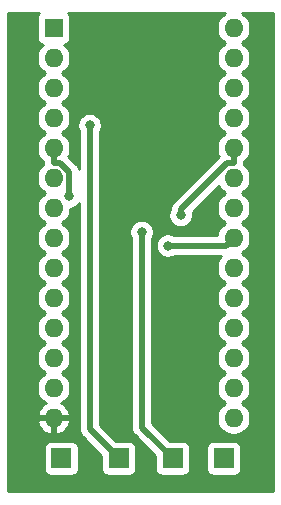
<source format=gbr>
%TF.GenerationSoftware,KiCad,Pcbnew,(5.1.9)-1*%
%TF.CreationDate,2021-09-03T13:00:36+02:00*%
%TF.ProjectId,ZX81 Intern 32K,5a583831-2049-46e7-9465-726e2033324b,rev?*%
%TF.SameCoordinates,Original*%
%TF.FileFunction,Copper,L2,Bot*%
%TF.FilePolarity,Positive*%
%FSLAX46Y46*%
G04 Gerber Fmt 4.6, Leading zero omitted, Abs format (unit mm)*
G04 Created by KiCad (PCBNEW (5.1.9)-1) date 2021-09-03 13:00:36*
%MOMM*%
%LPD*%
G01*
G04 APERTURE LIST*
%TA.AperFunction,ComponentPad*%
%ADD10R,1.700000X1.700000*%
%TD*%
%TA.AperFunction,ComponentPad*%
%ADD11R,1.600000X1.600000*%
%TD*%
%TA.AperFunction,ComponentPad*%
%ADD12O,1.600000X1.600000*%
%TD*%
%TA.AperFunction,ViaPad*%
%ADD13C,0.800000*%
%TD*%
%TA.AperFunction,Conductor*%
%ADD14C,0.500000*%
%TD*%
%TA.AperFunction,Conductor*%
%ADD15C,0.254000*%
%TD*%
%TA.AperFunction,Conductor*%
%ADD16C,0.100000*%
%TD*%
G04 APERTURE END LIST*
D10*
%TO.P,J3,1*%
%TO.N,Net-(J3-Pad1)*%
X116320000Y-108052000D03*
%TD*%
D11*
%TO.P,REF\u002A\u002A,1*%
%TO.N,N/C*%
X110795000Y-71602600D03*
D12*
%TO.P,REF\u002A\u002A,15*%
%TO.N,Net-(U1-Pad15)*%
X126035000Y-104622600D03*
%TO.P,REF\u002A\u002A,2*%
%TO.N,N/C*%
X110795000Y-74142600D03*
%TO.P,REF\u002A\u002A,16*%
%TO.N,Net-(U1-Pad16)*%
X126035000Y-102082600D03*
%TO.P,REF\u002A\u002A,3*%
%TO.N,Net-(U1-Pad3)*%
X110795000Y-76682600D03*
%TO.P,REF\u002A\u002A,17*%
%TO.N,Net-(U1-Pad17)*%
X126035000Y-99542600D03*
%TO.P,REF\u002A\u002A,4*%
%TO.N,Net-(U1-Pad4)*%
X110795000Y-79222600D03*
%TO.P,REF\u002A\u002A,18*%
%TO.N,Net-(U1-Pad18)*%
X126035000Y-97002600D03*
%TO.P,REF\u002A\u002A,5*%
%TO.N,Net-(U1-Pad5)*%
X110795000Y-81762600D03*
%TO.P,REF\u002A\u002A,19*%
%TO.N,Net-(U1-Pad19)*%
X126035000Y-94462600D03*
%TO.P,REF\u002A\u002A,6*%
%TO.N,Net-(U1-Pad6)*%
X110795000Y-84302600D03*
%TO.P,REF\u002A\u002A,20*%
%TO.N,Net-(U1-Pad20)*%
X126035000Y-91922600D03*
%TO.P,REF\u002A\u002A,7*%
%TO.N,Net-(U1-Pad7)*%
X110795000Y-86842600D03*
%TO.P,REF\u002A\u002A,21*%
%TO.N,Net-(U1-Pad21)*%
X126035000Y-89382600D03*
%TO.P,REF\u002A\u002A,8*%
%TO.N,Net-(U1-Pad8)*%
X110795000Y-89382600D03*
%TO.P,REF\u002A\u002A,22*%
%TO.N,Net-(U1-Pad22)*%
X126035000Y-86842600D03*
%TO.P,REF\u002A\u002A,9*%
%TO.N,Net-(U1-Pad9)*%
X110795000Y-91922600D03*
%TO.P,REF\u002A\u002A,23*%
%TO.N,N/C*%
X126035000Y-84302600D03*
%TO.P,REF\u002A\u002A,10*%
%TO.N,Net-(U1-Pad10)*%
X110795000Y-94462600D03*
%TO.P,REF\u002A\u002A,24*%
%TO.N,Net-(U1-Pad24)*%
X126035000Y-81762600D03*
%TO.P,REF\u002A\u002A,11*%
%TO.N,Net-(U1-Pad11)*%
X110795000Y-97002600D03*
%TO.P,REF\u002A\u002A,25*%
%TO.N,Net-(U1-Pad25)*%
X126035000Y-79222600D03*
%TO.P,REF\u002A\u002A,12*%
%TO.N,Net-(U1-Pad12)*%
X110795000Y-99542600D03*
%TO.P,REF\u002A\u002A,26*%
%TO.N,N/C*%
X126035000Y-76682600D03*
%TO.P,REF\u002A\u002A,13*%
%TO.N,Net-(U1-Pad13)*%
X110795000Y-102082600D03*
%TO.P,REF\u002A\u002A,27*%
%TO.N,Net-(R1-Pad2)*%
X126035000Y-74142600D03*
%TO.P,REF\u002A\u002A,14*%
%TO.N,GND*%
X110795000Y-104622600D03*
%TO.P,REF\u002A\u002A,28*%
%TO.N,+5V*%
X126035000Y-71602600D03*
%TD*%
D10*
%TO.P,J1,1*%
%TO.N,Net-(J1-Pad1)*%
X125200000Y-108052000D03*
%TD*%
%TO.P,J2,1*%
%TO.N,Net-(J2-Pad1)*%
X120870000Y-108052000D03*
%TD*%
%TO.P,J4,1*%
%TO.N,Net-(J4-Pad1)*%
X111450000Y-108052000D03*
%TD*%
D13*
%TO.N,GND*%
X119862500Y-102396000D03*
X112345700Y-100390900D03*
%TO.N,Net-(J2-Pad1)*%
X118260000Y-88880000D03*
%TO.N,Net-(J3-Pad1)*%
X113860000Y-79830000D03*
%TO.N,Net-(U1-Pad24)*%
X121563900Y-87466100D03*
%TO.N,Net-(U1-Pad5)*%
X112118400Y-85875800D03*
%TO.N,Net-(U1-Pad21)*%
X120480000Y-90040000D03*
%TD*%
D14*
%TO.N,Net-(J2-Pad1)*%
X118260000Y-105442000D02*
X120870000Y-108052000D01*
X118260000Y-88880000D02*
X118260000Y-105442000D01*
%TO.N,Net-(J3-Pad1)*%
X113860000Y-105592000D02*
X116320000Y-108052000D01*
X113860000Y-79830000D02*
X113860000Y-105592000D01*
%TO.N,Net-(U1-Pad24)*%
X126035000Y-81762600D02*
X126035000Y-83012900D01*
X121563900Y-87466100D02*
X121563900Y-86937900D01*
X121563900Y-86937900D02*
X125488900Y-83012900D01*
X125488900Y-83012900D02*
X126035000Y-83012900D01*
%TO.N,Net-(U1-Pad5)*%
X110795000Y-81762600D02*
X110795000Y-83012900D01*
X112118400Y-85875800D02*
X112118400Y-83792400D01*
X112118400Y-83792400D02*
X111338900Y-83012900D01*
X111338900Y-83012900D02*
X110795000Y-83012900D01*
%TO.N,Net-(U1-Pad21)*%
X125377600Y-90040000D02*
X126035000Y-89382600D01*
X120480000Y-90040000D02*
X125377600Y-90040000D01*
%TD*%
D15*
%TO.N,GND*%
X109543815Y-70351415D02*
X109464463Y-70448106D01*
X109405498Y-70558420D01*
X109369188Y-70678118D01*
X109356928Y-70802600D01*
X109356928Y-72402600D01*
X109369188Y-72527082D01*
X109405498Y-72646780D01*
X109464463Y-72757094D01*
X109543815Y-72853785D01*
X109640506Y-72933137D01*
X109750820Y-72992102D01*
X109870518Y-73028412D01*
X109878961Y-73029243D01*
X109680363Y-73227841D01*
X109523320Y-73462873D01*
X109415147Y-73724026D01*
X109360000Y-74001265D01*
X109360000Y-74283935D01*
X109415147Y-74561174D01*
X109523320Y-74822327D01*
X109680363Y-75057359D01*
X109880241Y-75257237D01*
X110112759Y-75412600D01*
X109880241Y-75567963D01*
X109680363Y-75767841D01*
X109523320Y-76002873D01*
X109415147Y-76264026D01*
X109360000Y-76541265D01*
X109360000Y-76823935D01*
X109415147Y-77101174D01*
X109523320Y-77362327D01*
X109680363Y-77597359D01*
X109880241Y-77797237D01*
X110112759Y-77952600D01*
X109880241Y-78107963D01*
X109680363Y-78307841D01*
X109523320Y-78542873D01*
X109415147Y-78804026D01*
X109360000Y-79081265D01*
X109360000Y-79363935D01*
X109415147Y-79641174D01*
X109523320Y-79902327D01*
X109680363Y-80137359D01*
X109880241Y-80337237D01*
X110112759Y-80492600D01*
X109880241Y-80647963D01*
X109680363Y-80847841D01*
X109523320Y-81082873D01*
X109415147Y-81344026D01*
X109360000Y-81621265D01*
X109360000Y-81903935D01*
X109415147Y-82181174D01*
X109523320Y-82442327D01*
X109680363Y-82677359D01*
X109880241Y-82877237D01*
X109910001Y-82897122D01*
X109910001Y-82969414D01*
X109905718Y-83012900D01*
X109920322Y-83161182D01*
X109880241Y-83187963D01*
X109680363Y-83387841D01*
X109523320Y-83622873D01*
X109415147Y-83884026D01*
X109360000Y-84161265D01*
X109360000Y-84443935D01*
X109415147Y-84721174D01*
X109523320Y-84982327D01*
X109680363Y-85217359D01*
X109880241Y-85417237D01*
X110112759Y-85572600D01*
X109880241Y-85727963D01*
X109680363Y-85927841D01*
X109523320Y-86162873D01*
X109415147Y-86424026D01*
X109360000Y-86701265D01*
X109360000Y-86983935D01*
X109415147Y-87261174D01*
X109523320Y-87522327D01*
X109680363Y-87757359D01*
X109880241Y-87957237D01*
X110112759Y-88112600D01*
X109880241Y-88267963D01*
X109680363Y-88467841D01*
X109523320Y-88702873D01*
X109415147Y-88964026D01*
X109360000Y-89241265D01*
X109360000Y-89523935D01*
X109415147Y-89801174D01*
X109523320Y-90062327D01*
X109680363Y-90297359D01*
X109880241Y-90497237D01*
X110112759Y-90652600D01*
X109880241Y-90807963D01*
X109680363Y-91007841D01*
X109523320Y-91242873D01*
X109415147Y-91504026D01*
X109360000Y-91781265D01*
X109360000Y-92063935D01*
X109415147Y-92341174D01*
X109523320Y-92602327D01*
X109680363Y-92837359D01*
X109880241Y-93037237D01*
X110112759Y-93192600D01*
X109880241Y-93347963D01*
X109680363Y-93547841D01*
X109523320Y-93782873D01*
X109415147Y-94044026D01*
X109360000Y-94321265D01*
X109360000Y-94603935D01*
X109415147Y-94881174D01*
X109523320Y-95142327D01*
X109680363Y-95377359D01*
X109880241Y-95577237D01*
X110112759Y-95732600D01*
X109880241Y-95887963D01*
X109680363Y-96087841D01*
X109523320Y-96322873D01*
X109415147Y-96584026D01*
X109360000Y-96861265D01*
X109360000Y-97143935D01*
X109415147Y-97421174D01*
X109523320Y-97682327D01*
X109680363Y-97917359D01*
X109880241Y-98117237D01*
X110112759Y-98272600D01*
X109880241Y-98427963D01*
X109680363Y-98627841D01*
X109523320Y-98862873D01*
X109415147Y-99124026D01*
X109360000Y-99401265D01*
X109360000Y-99683935D01*
X109415147Y-99961174D01*
X109523320Y-100222327D01*
X109680363Y-100457359D01*
X109880241Y-100657237D01*
X110112759Y-100812600D01*
X109880241Y-100967963D01*
X109680363Y-101167841D01*
X109523320Y-101402873D01*
X109415147Y-101664026D01*
X109360000Y-101941265D01*
X109360000Y-102223935D01*
X109415147Y-102501174D01*
X109523320Y-102762327D01*
X109680363Y-102997359D01*
X109880241Y-103197237D01*
X110115273Y-103354280D01*
X110125865Y-103358667D01*
X109939869Y-103470215D01*
X109731481Y-103659186D01*
X109563963Y-103885180D01*
X109443754Y-104139513D01*
X109403096Y-104273561D01*
X109525085Y-104495600D01*
X110668000Y-104495600D01*
X110668000Y-104475600D01*
X110922000Y-104475600D01*
X110922000Y-104495600D01*
X112064915Y-104495600D01*
X112186904Y-104273561D01*
X112146246Y-104139513D01*
X112026037Y-103885180D01*
X111858519Y-103659186D01*
X111650131Y-103470215D01*
X111464135Y-103358667D01*
X111474727Y-103354280D01*
X111709759Y-103197237D01*
X111909637Y-102997359D01*
X112066680Y-102762327D01*
X112174853Y-102501174D01*
X112230000Y-102223935D01*
X112230000Y-101941265D01*
X112174853Y-101664026D01*
X112066680Y-101402873D01*
X111909637Y-101167841D01*
X111709759Y-100967963D01*
X111477241Y-100812600D01*
X111709759Y-100657237D01*
X111909637Y-100457359D01*
X112066680Y-100222327D01*
X112174853Y-99961174D01*
X112230000Y-99683935D01*
X112230000Y-99401265D01*
X112174853Y-99124026D01*
X112066680Y-98862873D01*
X111909637Y-98627841D01*
X111709759Y-98427963D01*
X111477241Y-98272600D01*
X111709759Y-98117237D01*
X111909637Y-97917359D01*
X112066680Y-97682327D01*
X112174853Y-97421174D01*
X112230000Y-97143935D01*
X112230000Y-96861265D01*
X112174853Y-96584026D01*
X112066680Y-96322873D01*
X111909637Y-96087841D01*
X111709759Y-95887963D01*
X111477241Y-95732600D01*
X111709759Y-95577237D01*
X111909637Y-95377359D01*
X112066680Y-95142327D01*
X112174853Y-94881174D01*
X112230000Y-94603935D01*
X112230000Y-94321265D01*
X112174853Y-94044026D01*
X112066680Y-93782873D01*
X111909637Y-93547841D01*
X111709759Y-93347963D01*
X111477241Y-93192600D01*
X111709759Y-93037237D01*
X111909637Y-92837359D01*
X112066680Y-92602327D01*
X112174853Y-92341174D01*
X112230000Y-92063935D01*
X112230000Y-91781265D01*
X112174853Y-91504026D01*
X112066680Y-91242873D01*
X111909637Y-91007841D01*
X111709759Y-90807963D01*
X111477241Y-90652600D01*
X111709759Y-90497237D01*
X111909637Y-90297359D01*
X112066680Y-90062327D01*
X112174853Y-89801174D01*
X112230000Y-89523935D01*
X112230000Y-89241265D01*
X112174853Y-88964026D01*
X112066680Y-88702873D01*
X111909637Y-88467841D01*
X111709759Y-88267963D01*
X111477241Y-88112600D01*
X111709759Y-87957237D01*
X111909637Y-87757359D01*
X112066680Y-87522327D01*
X112174853Y-87261174D01*
X112230000Y-86983935D01*
X112230000Y-86908878D01*
X112420298Y-86871026D01*
X112608656Y-86793005D01*
X112778174Y-86679737D01*
X112922337Y-86535574D01*
X112975000Y-86456758D01*
X112975001Y-105548521D01*
X112970719Y-105592000D01*
X112987805Y-105765490D01*
X113038412Y-105932313D01*
X113120590Y-106086059D01*
X113203468Y-106187046D01*
X113203471Y-106187049D01*
X113231184Y-106220817D01*
X113264951Y-106248529D01*
X114831928Y-107815507D01*
X114831928Y-108902000D01*
X114844188Y-109026482D01*
X114880498Y-109146180D01*
X114939463Y-109256494D01*
X115018815Y-109353185D01*
X115115506Y-109432537D01*
X115225820Y-109491502D01*
X115345518Y-109527812D01*
X115470000Y-109540072D01*
X117170000Y-109540072D01*
X117294482Y-109527812D01*
X117414180Y-109491502D01*
X117524494Y-109432537D01*
X117621185Y-109353185D01*
X117700537Y-109256494D01*
X117759502Y-109146180D01*
X117795812Y-109026482D01*
X117808072Y-108902000D01*
X117808072Y-107202000D01*
X117795812Y-107077518D01*
X117759502Y-106957820D01*
X117700537Y-106847506D01*
X117621185Y-106750815D01*
X117524494Y-106671463D01*
X117414180Y-106612498D01*
X117294482Y-106576188D01*
X117170000Y-106563928D01*
X116083507Y-106563928D01*
X114745000Y-105225422D01*
X114745000Y-88778061D01*
X117225000Y-88778061D01*
X117225000Y-88981939D01*
X117264774Y-89181898D01*
X117342795Y-89370256D01*
X117375000Y-89418454D01*
X117375001Y-105398521D01*
X117370719Y-105442000D01*
X117387805Y-105615490D01*
X117438412Y-105782313D01*
X117520590Y-105936059D01*
X117603468Y-106037046D01*
X117603471Y-106037049D01*
X117631184Y-106070817D01*
X117664951Y-106098529D01*
X119381928Y-107815507D01*
X119381928Y-108902000D01*
X119394188Y-109026482D01*
X119430498Y-109146180D01*
X119489463Y-109256494D01*
X119568815Y-109353185D01*
X119665506Y-109432537D01*
X119775820Y-109491502D01*
X119895518Y-109527812D01*
X120020000Y-109540072D01*
X121720000Y-109540072D01*
X121844482Y-109527812D01*
X121964180Y-109491502D01*
X122074494Y-109432537D01*
X122171185Y-109353185D01*
X122250537Y-109256494D01*
X122309502Y-109146180D01*
X122345812Y-109026482D01*
X122358072Y-108902000D01*
X122358072Y-107202000D01*
X123711928Y-107202000D01*
X123711928Y-108902000D01*
X123724188Y-109026482D01*
X123760498Y-109146180D01*
X123819463Y-109256494D01*
X123898815Y-109353185D01*
X123995506Y-109432537D01*
X124105820Y-109491502D01*
X124225518Y-109527812D01*
X124350000Y-109540072D01*
X126050000Y-109540072D01*
X126174482Y-109527812D01*
X126294180Y-109491502D01*
X126404494Y-109432537D01*
X126501185Y-109353185D01*
X126580537Y-109256494D01*
X126639502Y-109146180D01*
X126675812Y-109026482D01*
X126688072Y-108902000D01*
X126688072Y-107202000D01*
X126675812Y-107077518D01*
X126639502Y-106957820D01*
X126580537Y-106847506D01*
X126501185Y-106750815D01*
X126404494Y-106671463D01*
X126294180Y-106612498D01*
X126174482Y-106576188D01*
X126050000Y-106563928D01*
X124350000Y-106563928D01*
X124225518Y-106576188D01*
X124105820Y-106612498D01*
X123995506Y-106671463D01*
X123898815Y-106750815D01*
X123819463Y-106847506D01*
X123760498Y-106957820D01*
X123724188Y-107077518D01*
X123711928Y-107202000D01*
X122358072Y-107202000D01*
X122345812Y-107077518D01*
X122309502Y-106957820D01*
X122250537Y-106847506D01*
X122171185Y-106750815D01*
X122074494Y-106671463D01*
X121964180Y-106612498D01*
X121844482Y-106576188D01*
X121720000Y-106563928D01*
X120633507Y-106563928D01*
X119145000Y-105075422D01*
X119145000Y-89418454D01*
X119177205Y-89370256D01*
X119255226Y-89181898D01*
X119295000Y-88981939D01*
X119295000Y-88778061D01*
X119255226Y-88578102D01*
X119177205Y-88389744D01*
X119063937Y-88220226D01*
X118919774Y-88076063D01*
X118750256Y-87962795D01*
X118561898Y-87884774D01*
X118361939Y-87845000D01*
X118158061Y-87845000D01*
X117958102Y-87884774D01*
X117769744Y-87962795D01*
X117600226Y-88076063D01*
X117456063Y-88220226D01*
X117342795Y-88389744D01*
X117264774Y-88578102D01*
X117225000Y-88778061D01*
X114745000Y-88778061D01*
X114745000Y-80368454D01*
X114777205Y-80320256D01*
X114855226Y-80131898D01*
X114895000Y-79931939D01*
X114895000Y-79728061D01*
X114855226Y-79528102D01*
X114777205Y-79339744D01*
X114663937Y-79170226D01*
X114519774Y-79026063D01*
X114350256Y-78912795D01*
X114161898Y-78834774D01*
X113961939Y-78795000D01*
X113758061Y-78795000D01*
X113558102Y-78834774D01*
X113369744Y-78912795D01*
X113200226Y-79026063D01*
X113056063Y-79170226D01*
X112942795Y-79339744D01*
X112864774Y-79528102D01*
X112825000Y-79728061D01*
X112825000Y-79931939D01*
X112864774Y-80131898D01*
X112942795Y-80320256D01*
X112975000Y-80368454D01*
X112975000Y-83567501D01*
X112939989Y-83452087D01*
X112857811Y-83298341D01*
X112833610Y-83268852D01*
X112774932Y-83197353D01*
X112774930Y-83197351D01*
X112747217Y-83163583D01*
X112713449Y-83135870D01*
X112047945Y-82470367D01*
X112066680Y-82442327D01*
X112174853Y-82181174D01*
X112230000Y-81903935D01*
X112230000Y-81621265D01*
X112174853Y-81344026D01*
X112066680Y-81082873D01*
X111909637Y-80847841D01*
X111709759Y-80647963D01*
X111477241Y-80492600D01*
X111709759Y-80337237D01*
X111909637Y-80137359D01*
X112066680Y-79902327D01*
X112174853Y-79641174D01*
X112230000Y-79363935D01*
X112230000Y-79081265D01*
X112174853Y-78804026D01*
X112066680Y-78542873D01*
X111909637Y-78307841D01*
X111709759Y-78107963D01*
X111477241Y-77952600D01*
X111709759Y-77797237D01*
X111909637Y-77597359D01*
X112066680Y-77362327D01*
X112174853Y-77101174D01*
X112230000Y-76823935D01*
X112230000Y-76541265D01*
X112174853Y-76264026D01*
X112066680Y-76002873D01*
X111909637Y-75767841D01*
X111709759Y-75567963D01*
X111477241Y-75412600D01*
X111709759Y-75257237D01*
X111909637Y-75057359D01*
X112066680Y-74822327D01*
X112174853Y-74561174D01*
X112230000Y-74283935D01*
X112230000Y-74001265D01*
X112174853Y-73724026D01*
X112066680Y-73462873D01*
X111909637Y-73227841D01*
X111711039Y-73029243D01*
X111719482Y-73028412D01*
X111839180Y-72992102D01*
X111949494Y-72933137D01*
X112046185Y-72853785D01*
X112125537Y-72757094D01*
X112184502Y-72646780D01*
X112220812Y-72527082D01*
X112233072Y-72402600D01*
X112233072Y-70802600D01*
X112220812Y-70678118D01*
X112184502Y-70558420D01*
X112125537Y-70448106D01*
X112046185Y-70351415D01*
X112022771Y-70332200D01*
X125353357Y-70332200D01*
X125120241Y-70487963D01*
X124920363Y-70687841D01*
X124763320Y-70922873D01*
X124655147Y-71184026D01*
X124600000Y-71461265D01*
X124600000Y-71743935D01*
X124655147Y-72021174D01*
X124763320Y-72282327D01*
X124920363Y-72517359D01*
X125120241Y-72717237D01*
X125352759Y-72872600D01*
X125120241Y-73027963D01*
X124920363Y-73227841D01*
X124763320Y-73462873D01*
X124655147Y-73724026D01*
X124600000Y-74001265D01*
X124600000Y-74283935D01*
X124655147Y-74561174D01*
X124763320Y-74822327D01*
X124920363Y-75057359D01*
X125120241Y-75257237D01*
X125352759Y-75412600D01*
X125120241Y-75567963D01*
X124920363Y-75767841D01*
X124763320Y-76002873D01*
X124655147Y-76264026D01*
X124600000Y-76541265D01*
X124600000Y-76823935D01*
X124655147Y-77101174D01*
X124763320Y-77362327D01*
X124920363Y-77597359D01*
X125120241Y-77797237D01*
X125352759Y-77952600D01*
X125120241Y-78107963D01*
X124920363Y-78307841D01*
X124763320Y-78542873D01*
X124655147Y-78804026D01*
X124600000Y-79081265D01*
X124600000Y-79363935D01*
X124655147Y-79641174D01*
X124763320Y-79902327D01*
X124920363Y-80137359D01*
X125120241Y-80337237D01*
X125352759Y-80492600D01*
X125120241Y-80647963D01*
X124920363Y-80847841D01*
X124763320Y-81082873D01*
X124655147Y-81344026D01*
X124600000Y-81621265D01*
X124600000Y-81903935D01*
X124655147Y-82181174D01*
X124763320Y-82442327D01*
X124781174Y-82469047D01*
X120968851Y-86281370D01*
X120935084Y-86309083D01*
X120907371Y-86342851D01*
X120907368Y-86342854D01*
X120885206Y-86369859D01*
X120824490Y-86443841D01*
X120742311Y-86597587D01*
X120691705Y-86764410D01*
X120678900Y-86894423D01*
X120678900Y-86894431D01*
X120675063Y-86933388D01*
X120646695Y-86975844D01*
X120568674Y-87164202D01*
X120528900Y-87364161D01*
X120528900Y-87568039D01*
X120568674Y-87767998D01*
X120646695Y-87956356D01*
X120759963Y-88125874D01*
X120904126Y-88270037D01*
X121073644Y-88383305D01*
X121262002Y-88461326D01*
X121461961Y-88501100D01*
X121665839Y-88501100D01*
X121865798Y-88461326D01*
X122054156Y-88383305D01*
X122223674Y-88270037D01*
X122367837Y-88125874D01*
X122481105Y-87956356D01*
X122559126Y-87767998D01*
X122598900Y-87568039D01*
X122598900Y-87364161D01*
X122564112Y-87189267D01*
X124766417Y-84986962D01*
X124920363Y-85217359D01*
X125120241Y-85417237D01*
X125352759Y-85572600D01*
X125120241Y-85727963D01*
X124920363Y-85927841D01*
X124763320Y-86162873D01*
X124655147Y-86424026D01*
X124600000Y-86701265D01*
X124600000Y-86983935D01*
X124655147Y-87261174D01*
X124763320Y-87522327D01*
X124920363Y-87757359D01*
X125120241Y-87957237D01*
X125352759Y-88112600D01*
X125120241Y-88267963D01*
X124920363Y-88467841D01*
X124763320Y-88702873D01*
X124655147Y-88964026D01*
X124617159Y-89155000D01*
X121018454Y-89155000D01*
X120970256Y-89122795D01*
X120781898Y-89044774D01*
X120581939Y-89005000D01*
X120378061Y-89005000D01*
X120178102Y-89044774D01*
X119989744Y-89122795D01*
X119820226Y-89236063D01*
X119676063Y-89380226D01*
X119562795Y-89549744D01*
X119484774Y-89738102D01*
X119445000Y-89938061D01*
X119445000Y-90141939D01*
X119484774Y-90341898D01*
X119562795Y-90530256D01*
X119676063Y-90699774D01*
X119820226Y-90843937D01*
X119989744Y-90957205D01*
X120178102Y-91035226D01*
X120378061Y-91075000D01*
X120581939Y-91075000D01*
X120781898Y-91035226D01*
X120970256Y-90957205D01*
X121018454Y-90925000D01*
X125003204Y-90925000D01*
X124920363Y-91007841D01*
X124763320Y-91242873D01*
X124655147Y-91504026D01*
X124600000Y-91781265D01*
X124600000Y-92063935D01*
X124655147Y-92341174D01*
X124763320Y-92602327D01*
X124920363Y-92837359D01*
X125120241Y-93037237D01*
X125352759Y-93192600D01*
X125120241Y-93347963D01*
X124920363Y-93547841D01*
X124763320Y-93782873D01*
X124655147Y-94044026D01*
X124600000Y-94321265D01*
X124600000Y-94603935D01*
X124655147Y-94881174D01*
X124763320Y-95142327D01*
X124920363Y-95377359D01*
X125120241Y-95577237D01*
X125352759Y-95732600D01*
X125120241Y-95887963D01*
X124920363Y-96087841D01*
X124763320Y-96322873D01*
X124655147Y-96584026D01*
X124600000Y-96861265D01*
X124600000Y-97143935D01*
X124655147Y-97421174D01*
X124763320Y-97682327D01*
X124920363Y-97917359D01*
X125120241Y-98117237D01*
X125352759Y-98272600D01*
X125120241Y-98427963D01*
X124920363Y-98627841D01*
X124763320Y-98862873D01*
X124655147Y-99124026D01*
X124600000Y-99401265D01*
X124600000Y-99683935D01*
X124655147Y-99961174D01*
X124763320Y-100222327D01*
X124920363Y-100457359D01*
X125120241Y-100657237D01*
X125352759Y-100812600D01*
X125120241Y-100967963D01*
X124920363Y-101167841D01*
X124763320Y-101402873D01*
X124655147Y-101664026D01*
X124600000Y-101941265D01*
X124600000Y-102223935D01*
X124655147Y-102501174D01*
X124763320Y-102762327D01*
X124920363Y-102997359D01*
X125120241Y-103197237D01*
X125352759Y-103352600D01*
X125120241Y-103507963D01*
X124920363Y-103707841D01*
X124763320Y-103942873D01*
X124655147Y-104204026D01*
X124600000Y-104481265D01*
X124600000Y-104763935D01*
X124655147Y-105041174D01*
X124763320Y-105302327D01*
X124920363Y-105537359D01*
X125120241Y-105737237D01*
X125355273Y-105894280D01*
X125616426Y-106002453D01*
X125893665Y-106057600D01*
X126176335Y-106057600D01*
X126453574Y-106002453D01*
X126714727Y-105894280D01*
X126949759Y-105737237D01*
X127149637Y-105537359D01*
X127306680Y-105302327D01*
X127414853Y-105041174D01*
X127470000Y-104763935D01*
X127470000Y-104481265D01*
X127414853Y-104204026D01*
X127306680Y-103942873D01*
X127149637Y-103707841D01*
X126949759Y-103507963D01*
X126717241Y-103352600D01*
X126949759Y-103197237D01*
X127149637Y-102997359D01*
X127306680Y-102762327D01*
X127414853Y-102501174D01*
X127470000Y-102223935D01*
X127470000Y-101941265D01*
X127414853Y-101664026D01*
X127306680Y-101402873D01*
X127149637Y-101167841D01*
X126949759Y-100967963D01*
X126717241Y-100812600D01*
X126949759Y-100657237D01*
X127149637Y-100457359D01*
X127306680Y-100222327D01*
X127414853Y-99961174D01*
X127470000Y-99683935D01*
X127470000Y-99401265D01*
X127414853Y-99124026D01*
X127306680Y-98862873D01*
X127149637Y-98627841D01*
X126949759Y-98427963D01*
X126717241Y-98272600D01*
X126949759Y-98117237D01*
X127149637Y-97917359D01*
X127306680Y-97682327D01*
X127414853Y-97421174D01*
X127470000Y-97143935D01*
X127470000Y-96861265D01*
X127414853Y-96584026D01*
X127306680Y-96322873D01*
X127149637Y-96087841D01*
X126949759Y-95887963D01*
X126717241Y-95732600D01*
X126949759Y-95577237D01*
X127149637Y-95377359D01*
X127306680Y-95142327D01*
X127414853Y-94881174D01*
X127470000Y-94603935D01*
X127470000Y-94321265D01*
X127414853Y-94044026D01*
X127306680Y-93782873D01*
X127149637Y-93547841D01*
X126949759Y-93347963D01*
X126717241Y-93192600D01*
X126949759Y-93037237D01*
X127149637Y-92837359D01*
X127306680Y-92602327D01*
X127414853Y-92341174D01*
X127470000Y-92063935D01*
X127470000Y-91781265D01*
X127414853Y-91504026D01*
X127306680Y-91242873D01*
X127149637Y-91007841D01*
X126949759Y-90807963D01*
X126717241Y-90652600D01*
X126949759Y-90497237D01*
X127149637Y-90297359D01*
X127306680Y-90062327D01*
X127414853Y-89801174D01*
X127470000Y-89523935D01*
X127470000Y-89241265D01*
X127414853Y-88964026D01*
X127306680Y-88702873D01*
X127149637Y-88467841D01*
X126949759Y-88267963D01*
X126717241Y-88112600D01*
X126949759Y-87957237D01*
X127149637Y-87757359D01*
X127306680Y-87522327D01*
X127414853Y-87261174D01*
X127470000Y-86983935D01*
X127470000Y-86701265D01*
X127414853Y-86424026D01*
X127306680Y-86162873D01*
X127149637Y-85927841D01*
X126949759Y-85727963D01*
X126717241Y-85572600D01*
X126949759Y-85417237D01*
X127149637Y-85217359D01*
X127306680Y-84982327D01*
X127414853Y-84721174D01*
X127470000Y-84443935D01*
X127470000Y-84161265D01*
X127414853Y-83884026D01*
X127306680Y-83622873D01*
X127149637Y-83387841D01*
X126949759Y-83187963D01*
X126909678Y-83161182D01*
X126920000Y-83056377D01*
X126924282Y-83012900D01*
X126920000Y-82969423D01*
X126920000Y-82897121D01*
X126949759Y-82877237D01*
X127149637Y-82677359D01*
X127306680Y-82442327D01*
X127414853Y-82181174D01*
X127470000Y-81903935D01*
X127470000Y-81621265D01*
X127414853Y-81344026D01*
X127306680Y-81082873D01*
X127149637Y-80847841D01*
X126949759Y-80647963D01*
X126717241Y-80492600D01*
X126949759Y-80337237D01*
X127149637Y-80137359D01*
X127306680Y-79902327D01*
X127414853Y-79641174D01*
X127470000Y-79363935D01*
X127470000Y-79081265D01*
X127414853Y-78804026D01*
X127306680Y-78542873D01*
X127149637Y-78307841D01*
X126949759Y-78107963D01*
X126717241Y-77952600D01*
X126949759Y-77797237D01*
X127149637Y-77597359D01*
X127306680Y-77362327D01*
X127414853Y-77101174D01*
X127470000Y-76823935D01*
X127470000Y-76541265D01*
X127414853Y-76264026D01*
X127306680Y-76002873D01*
X127149637Y-75767841D01*
X126949759Y-75567963D01*
X126717241Y-75412600D01*
X126949759Y-75257237D01*
X127149637Y-75057359D01*
X127306680Y-74822327D01*
X127414853Y-74561174D01*
X127470000Y-74283935D01*
X127470000Y-74001265D01*
X127414853Y-73724026D01*
X127306680Y-73462873D01*
X127149637Y-73227841D01*
X126949759Y-73027963D01*
X126717241Y-72872600D01*
X126949759Y-72717237D01*
X127149637Y-72517359D01*
X127306680Y-72282327D01*
X127414853Y-72021174D01*
X127470000Y-71743935D01*
X127470000Y-71461265D01*
X127414853Y-71184026D01*
X127306680Y-70922873D01*
X127149637Y-70687841D01*
X126949759Y-70487963D01*
X126716643Y-70332200D01*
X129337597Y-70332200D01*
X129360000Y-107629317D01*
X129351613Y-110849889D01*
X106959000Y-110846112D01*
X106959000Y-107202000D01*
X109961928Y-107202000D01*
X109961928Y-108902000D01*
X109974188Y-109026482D01*
X110010498Y-109146180D01*
X110069463Y-109256494D01*
X110148815Y-109353185D01*
X110245506Y-109432537D01*
X110355820Y-109491502D01*
X110475518Y-109527812D01*
X110600000Y-109540072D01*
X112300000Y-109540072D01*
X112424482Y-109527812D01*
X112544180Y-109491502D01*
X112654494Y-109432537D01*
X112751185Y-109353185D01*
X112830537Y-109256494D01*
X112889502Y-109146180D01*
X112925812Y-109026482D01*
X112938072Y-108902000D01*
X112938072Y-107202000D01*
X112925812Y-107077518D01*
X112889502Y-106957820D01*
X112830537Y-106847506D01*
X112751185Y-106750815D01*
X112654494Y-106671463D01*
X112544180Y-106612498D01*
X112424482Y-106576188D01*
X112300000Y-106563928D01*
X110600000Y-106563928D01*
X110475518Y-106576188D01*
X110355820Y-106612498D01*
X110245506Y-106671463D01*
X110148815Y-106750815D01*
X110069463Y-106847506D01*
X110010498Y-106957820D01*
X109974188Y-107077518D01*
X109961928Y-107202000D01*
X106959000Y-107202000D01*
X106959000Y-104971639D01*
X109403096Y-104971639D01*
X109443754Y-105105687D01*
X109563963Y-105360020D01*
X109731481Y-105586014D01*
X109939869Y-105774985D01*
X110181119Y-105919670D01*
X110445960Y-106014509D01*
X110668000Y-105893224D01*
X110668000Y-104749600D01*
X110922000Y-104749600D01*
X110922000Y-105893224D01*
X111144040Y-106014509D01*
X111408881Y-105919670D01*
X111650131Y-105774985D01*
X111858519Y-105586014D01*
X112026037Y-105360020D01*
X112146246Y-105105687D01*
X112186904Y-104971639D01*
X112064915Y-104749600D01*
X110922000Y-104749600D01*
X110668000Y-104749600D01*
X109525085Y-104749600D01*
X109403096Y-104971639D01*
X106959000Y-104971639D01*
X106959000Y-70332200D01*
X109567229Y-70332200D01*
X109543815Y-70351415D01*
%TA.AperFunction,Conductor*%
D16*
G36*
X109543815Y-70351415D02*
G01*
X109464463Y-70448106D01*
X109405498Y-70558420D01*
X109369188Y-70678118D01*
X109356928Y-70802600D01*
X109356928Y-72402600D01*
X109369188Y-72527082D01*
X109405498Y-72646780D01*
X109464463Y-72757094D01*
X109543815Y-72853785D01*
X109640506Y-72933137D01*
X109750820Y-72992102D01*
X109870518Y-73028412D01*
X109878961Y-73029243D01*
X109680363Y-73227841D01*
X109523320Y-73462873D01*
X109415147Y-73724026D01*
X109360000Y-74001265D01*
X109360000Y-74283935D01*
X109415147Y-74561174D01*
X109523320Y-74822327D01*
X109680363Y-75057359D01*
X109880241Y-75257237D01*
X110112759Y-75412600D01*
X109880241Y-75567963D01*
X109680363Y-75767841D01*
X109523320Y-76002873D01*
X109415147Y-76264026D01*
X109360000Y-76541265D01*
X109360000Y-76823935D01*
X109415147Y-77101174D01*
X109523320Y-77362327D01*
X109680363Y-77597359D01*
X109880241Y-77797237D01*
X110112759Y-77952600D01*
X109880241Y-78107963D01*
X109680363Y-78307841D01*
X109523320Y-78542873D01*
X109415147Y-78804026D01*
X109360000Y-79081265D01*
X109360000Y-79363935D01*
X109415147Y-79641174D01*
X109523320Y-79902327D01*
X109680363Y-80137359D01*
X109880241Y-80337237D01*
X110112759Y-80492600D01*
X109880241Y-80647963D01*
X109680363Y-80847841D01*
X109523320Y-81082873D01*
X109415147Y-81344026D01*
X109360000Y-81621265D01*
X109360000Y-81903935D01*
X109415147Y-82181174D01*
X109523320Y-82442327D01*
X109680363Y-82677359D01*
X109880241Y-82877237D01*
X109910001Y-82897122D01*
X109910001Y-82969414D01*
X109905718Y-83012900D01*
X109920322Y-83161182D01*
X109880241Y-83187963D01*
X109680363Y-83387841D01*
X109523320Y-83622873D01*
X109415147Y-83884026D01*
X109360000Y-84161265D01*
X109360000Y-84443935D01*
X109415147Y-84721174D01*
X109523320Y-84982327D01*
X109680363Y-85217359D01*
X109880241Y-85417237D01*
X110112759Y-85572600D01*
X109880241Y-85727963D01*
X109680363Y-85927841D01*
X109523320Y-86162873D01*
X109415147Y-86424026D01*
X109360000Y-86701265D01*
X109360000Y-86983935D01*
X109415147Y-87261174D01*
X109523320Y-87522327D01*
X109680363Y-87757359D01*
X109880241Y-87957237D01*
X110112759Y-88112600D01*
X109880241Y-88267963D01*
X109680363Y-88467841D01*
X109523320Y-88702873D01*
X109415147Y-88964026D01*
X109360000Y-89241265D01*
X109360000Y-89523935D01*
X109415147Y-89801174D01*
X109523320Y-90062327D01*
X109680363Y-90297359D01*
X109880241Y-90497237D01*
X110112759Y-90652600D01*
X109880241Y-90807963D01*
X109680363Y-91007841D01*
X109523320Y-91242873D01*
X109415147Y-91504026D01*
X109360000Y-91781265D01*
X109360000Y-92063935D01*
X109415147Y-92341174D01*
X109523320Y-92602327D01*
X109680363Y-92837359D01*
X109880241Y-93037237D01*
X110112759Y-93192600D01*
X109880241Y-93347963D01*
X109680363Y-93547841D01*
X109523320Y-93782873D01*
X109415147Y-94044026D01*
X109360000Y-94321265D01*
X109360000Y-94603935D01*
X109415147Y-94881174D01*
X109523320Y-95142327D01*
X109680363Y-95377359D01*
X109880241Y-95577237D01*
X110112759Y-95732600D01*
X109880241Y-95887963D01*
X109680363Y-96087841D01*
X109523320Y-96322873D01*
X109415147Y-96584026D01*
X109360000Y-96861265D01*
X109360000Y-97143935D01*
X109415147Y-97421174D01*
X109523320Y-97682327D01*
X109680363Y-97917359D01*
X109880241Y-98117237D01*
X110112759Y-98272600D01*
X109880241Y-98427963D01*
X109680363Y-98627841D01*
X109523320Y-98862873D01*
X109415147Y-99124026D01*
X109360000Y-99401265D01*
X109360000Y-99683935D01*
X109415147Y-99961174D01*
X109523320Y-100222327D01*
X109680363Y-100457359D01*
X109880241Y-100657237D01*
X110112759Y-100812600D01*
X109880241Y-100967963D01*
X109680363Y-101167841D01*
X109523320Y-101402873D01*
X109415147Y-101664026D01*
X109360000Y-101941265D01*
X109360000Y-102223935D01*
X109415147Y-102501174D01*
X109523320Y-102762327D01*
X109680363Y-102997359D01*
X109880241Y-103197237D01*
X110115273Y-103354280D01*
X110125865Y-103358667D01*
X109939869Y-103470215D01*
X109731481Y-103659186D01*
X109563963Y-103885180D01*
X109443754Y-104139513D01*
X109403096Y-104273561D01*
X109525085Y-104495600D01*
X110668000Y-104495600D01*
X110668000Y-104475600D01*
X110922000Y-104475600D01*
X110922000Y-104495600D01*
X112064915Y-104495600D01*
X112186904Y-104273561D01*
X112146246Y-104139513D01*
X112026037Y-103885180D01*
X111858519Y-103659186D01*
X111650131Y-103470215D01*
X111464135Y-103358667D01*
X111474727Y-103354280D01*
X111709759Y-103197237D01*
X111909637Y-102997359D01*
X112066680Y-102762327D01*
X112174853Y-102501174D01*
X112230000Y-102223935D01*
X112230000Y-101941265D01*
X112174853Y-101664026D01*
X112066680Y-101402873D01*
X111909637Y-101167841D01*
X111709759Y-100967963D01*
X111477241Y-100812600D01*
X111709759Y-100657237D01*
X111909637Y-100457359D01*
X112066680Y-100222327D01*
X112174853Y-99961174D01*
X112230000Y-99683935D01*
X112230000Y-99401265D01*
X112174853Y-99124026D01*
X112066680Y-98862873D01*
X111909637Y-98627841D01*
X111709759Y-98427963D01*
X111477241Y-98272600D01*
X111709759Y-98117237D01*
X111909637Y-97917359D01*
X112066680Y-97682327D01*
X112174853Y-97421174D01*
X112230000Y-97143935D01*
X112230000Y-96861265D01*
X112174853Y-96584026D01*
X112066680Y-96322873D01*
X111909637Y-96087841D01*
X111709759Y-95887963D01*
X111477241Y-95732600D01*
X111709759Y-95577237D01*
X111909637Y-95377359D01*
X112066680Y-95142327D01*
X112174853Y-94881174D01*
X112230000Y-94603935D01*
X112230000Y-94321265D01*
X112174853Y-94044026D01*
X112066680Y-93782873D01*
X111909637Y-93547841D01*
X111709759Y-93347963D01*
X111477241Y-93192600D01*
X111709759Y-93037237D01*
X111909637Y-92837359D01*
X112066680Y-92602327D01*
X112174853Y-92341174D01*
X112230000Y-92063935D01*
X112230000Y-91781265D01*
X112174853Y-91504026D01*
X112066680Y-91242873D01*
X111909637Y-91007841D01*
X111709759Y-90807963D01*
X111477241Y-90652600D01*
X111709759Y-90497237D01*
X111909637Y-90297359D01*
X112066680Y-90062327D01*
X112174853Y-89801174D01*
X112230000Y-89523935D01*
X112230000Y-89241265D01*
X112174853Y-88964026D01*
X112066680Y-88702873D01*
X111909637Y-88467841D01*
X111709759Y-88267963D01*
X111477241Y-88112600D01*
X111709759Y-87957237D01*
X111909637Y-87757359D01*
X112066680Y-87522327D01*
X112174853Y-87261174D01*
X112230000Y-86983935D01*
X112230000Y-86908878D01*
X112420298Y-86871026D01*
X112608656Y-86793005D01*
X112778174Y-86679737D01*
X112922337Y-86535574D01*
X112975000Y-86456758D01*
X112975001Y-105548521D01*
X112970719Y-105592000D01*
X112987805Y-105765490D01*
X113038412Y-105932313D01*
X113120590Y-106086059D01*
X113203468Y-106187046D01*
X113203471Y-106187049D01*
X113231184Y-106220817D01*
X113264951Y-106248529D01*
X114831928Y-107815507D01*
X114831928Y-108902000D01*
X114844188Y-109026482D01*
X114880498Y-109146180D01*
X114939463Y-109256494D01*
X115018815Y-109353185D01*
X115115506Y-109432537D01*
X115225820Y-109491502D01*
X115345518Y-109527812D01*
X115470000Y-109540072D01*
X117170000Y-109540072D01*
X117294482Y-109527812D01*
X117414180Y-109491502D01*
X117524494Y-109432537D01*
X117621185Y-109353185D01*
X117700537Y-109256494D01*
X117759502Y-109146180D01*
X117795812Y-109026482D01*
X117808072Y-108902000D01*
X117808072Y-107202000D01*
X117795812Y-107077518D01*
X117759502Y-106957820D01*
X117700537Y-106847506D01*
X117621185Y-106750815D01*
X117524494Y-106671463D01*
X117414180Y-106612498D01*
X117294482Y-106576188D01*
X117170000Y-106563928D01*
X116083507Y-106563928D01*
X114745000Y-105225422D01*
X114745000Y-88778061D01*
X117225000Y-88778061D01*
X117225000Y-88981939D01*
X117264774Y-89181898D01*
X117342795Y-89370256D01*
X117375000Y-89418454D01*
X117375001Y-105398521D01*
X117370719Y-105442000D01*
X117387805Y-105615490D01*
X117438412Y-105782313D01*
X117520590Y-105936059D01*
X117603468Y-106037046D01*
X117603471Y-106037049D01*
X117631184Y-106070817D01*
X117664951Y-106098529D01*
X119381928Y-107815507D01*
X119381928Y-108902000D01*
X119394188Y-109026482D01*
X119430498Y-109146180D01*
X119489463Y-109256494D01*
X119568815Y-109353185D01*
X119665506Y-109432537D01*
X119775820Y-109491502D01*
X119895518Y-109527812D01*
X120020000Y-109540072D01*
X121720000Y-109540072D01*
X121844482Y-109527812D01*
X121964180Y-109491502D01*
X122074494Y-109432537D01*
X122171185Y-109353185D01*
X122250537Y-109256494D01*
X122309502Y-109146180D01*
X122345812Y-109026482D01*
X122358072Y-108902000D01*
X122358072Y-107202000D01*
X123711928Y-107202000D01*
X123711928Y-108902000D01*
X123724188Y-109026482D01*
X123760498Y-109146180D01*
X123819463Y-109256494D01*
X123898815Y-109353185D01*
X123995506Y-109432537D01*
X124105820Y-109491502D01*
X124225518Y-109527812D01*
X124350000Y-109540072D01*
X126050000Y-109540072D01*
X126174482Y-109527812D01*
X126294180Y-109491502D01*
X126404494Y-109432537D01*
X126501185Y-109353185D01*
X126580537Y-109256494D01*
X126639502Y-109146180D01*
X126675812Y-109026482D01*
X126688072Y-108902000D01*
X126688072Y-107202000D01*
X126675812Y-107077518D01*
X126639502Y-106957820D01*
X126580537Y-106847506D01*
X126501185Y-106750815D01*
X126404494Y-106671463D01*
X126294180Y-106612498D01*
X126174482Y-106576188D01*
X126050000Y-106563928D01*
X124350000Y-106563928D01*
X124225518Y-106576188D01*
X124105820Y-106612498D01*
X123995506Y-106671463D01*
X123898815Y-106750815D01*
X123819463Y-106847506D01*
X123760498Y-106957820D01*
X123724188Y-107077518D01*
X123711928Y-107202000D01*
X122358072Y-107202000D01*
X122345812Y-107077518D01*
X122309502Y-106957820D01*
X122250537Y-106847506D01*
X122171185Y-106750815D01*
X122074494Y-106671463D01*
X121964180Y-106612498D01*
X121844482Y-106576188D01*
X121720000Y-106563928D01*
X120633507Y-106563928D01*
X119145000Y-105075422D01*
X119145000Y-89418454D01*
X119177205Y-89370256D01*
X119255226Y-89181898D01*
X119295000Y-88981939D01*
X119295000Y-88778061D01*
X119255226Y-88578102D01*
X119177205Y-88389744D01*
X119063937Y-88220226D01*
X118919774Y-88076063D01*
X118750256Y-87962795D01*
X118561898Y-87884774D01*
X118361939Y-87845000D01*
X118158061Y-87845000D01*
X117958102Y-87884774D01*
X117769744Y-87962795D01*
X117600226Y-88076063D01*
X117456063Y-88220226D01*
X117342795Y-88389744D01*
X117264774Y-88578102D01*
X117225000Y-88778061D01*
X114745000Y-88778061D01*
X114745000Y-80368454D01*
X114777205Y-80320256D01*
X114855226Y-80131898D01*
X114895000Y-79931939D01*
X114895000Y-79728061D01*
X114855226Y-79528102D01*
X114777205Y-79339744D01*
X114663937Y-79170226D01*
X114519774Y-79026063D01*
X114350256Y-78912795D01*
X114161898Y-78834774D01*
X113961939Y-78795000D01*
X113758061Y-78795000D01*
X113558102Y-78834774D01*
X113369744Y-78912795D01*
X113200226Y-79026063D01*
X113056063Y-79170226D01*
X112942795Y-79339744D01*
X112864774Y-79528102D01*
X112825000Y-79728061D01*
X112825000Y-79931939D01*
X112864774Y-80131898D01*
X112942795Y-80320256D01*
X112975000Y-80368454D01*
X112975000Y-83567501D01*
X112939989Y-83452087D01*
X112857811Y-83298341D01*
X112833610Y-83268852D01*
X112774932Y-83197353D01*
X112774930Y-83197351D01*
X112747217Y-83163583D01*
X112713449Y-83135870D01*
X112047945Y-82470367D01*
X112066680Y-82442327D01*
X112174853Y-82181174D01*
X112230000Y-81903935D01*
X112230000Y-81621265D01*
X112174853Y-81344026D01*
X112066680Y-81082873D01*
X111909637Y-80847841D01*
X111709759Y-80647963D01*
X111477241Y-80492600D01*
X111709759Y-80337237D01*
X111909637Y-80137359D01*
X112066680Y-79902327D01*
X112174853Y-79641174D01*
X112230000Y-79363935D01*
X112230000Y-79081265D01*
X112174853Y-78804026D01*
X112066680Y-78542873D01*
X111909637Y-78307841D01*
X111709759Y-78107963D01*
X111477241Y-77952600D01*
X111709759Y-77797237D01*
X111909637Y-77597359D01*
X112066680Y-77362327D01*
X112174853Y-77101174D01*
X112230000Y-76823935D01*
X112230000Y-76541265D01*
X112174853Y-76264026D01*
X112066680Y-76002873D01*
X111909637Y-75767841D01*
X111709759Y-75567963D01*
X111477241Y-75412600D01*
X111709759Y-75257237D01*
X111909637Y-75057359D01*
X112066680Y-74822327D01*
X112174853Y-74561174D01*
X112230000Y-74283935D01*
X112230000Y-74001265D01*
X112174853Y-73724026D01*
X112066680Y-73462873D01*
X111909637Y-73227841D01*
X111711039Y-73029243D01*
X111719482Y-73028412D01*
X111839180Y-72992102D01*
X111949494Y-72933137D01*
X112046185Y-72853785D01*
X112125537Y-72757094D01*
X112184502Y-72646780D01*
X112220812Y-72527082D01*
X112233072Y-72402600D01*
X112233072Y-70802600D01*
X112220812Y-70678118D01*
X112184502Y-70558420D01*
X112125537Y-70448106D01*
X112046185Y-70351415D01*
X112022771Y-70332200D01*
X125353357Y-70332200D01*
X125120241Y-70487963D01*
X124920363Y-70687841D01*
X124763320Y-70922873D01*
X124655147Y-71184026D01*
X124600000Y-71461265D01*
X124600000Y-71743935D01*
X124655147Y-72021174D01*
X124763320Y-72282327D01*
X124920363Y-72517359D01*
X125120241Y-72717237D01*
X125352759Y-72872600D01*
X125120241Y-73027963D01*
X124920363Y-73227841D01*
X124763320Y-73462873D01*
X124655147Y-73724026D01*
X124600000Y-74001265D01*
X124600000Y-74283935D01*
X124655147Y-74561174D01*
X124763320Y-74822327D01*
X124920363Y-75057359D01*
X125120241Y-75257237D01*
X125352759Y-75412600D01*
X125120241Y-75567963D01*
X124920363Y-75767841D01*
X124763320Y-76002873D01*
X124655147Y-76264026D01*
X124600000Y-76541265D01*
X124600000Y-76823935D01*
X124655147Y-77101174D01*
X124763320Y-77362327D01*
X124920363Y-77597359D01*
X125120241Y-77797237D01*
X125352759Y-77952600D01*
X125120241Y-78107963D01*
X124920363Y-78307841D01*
X124763320Y-78542873D01*
X124655147Y-78804026D01*
X124600000Y-79081265D01*
X124600000Y-79363935D01*
X124655147Y-79641174D01*
X124763320Y-79902327D01*
X124920363Y-80137359D01*
X125120241Y-80337237D01*
X125352759Y-80492600D01*
X125120241Y-80647963D01*
X124920363Y-80847841D01*
X124763320Y-81082873D01*
X124655147Y-81344026D01*
X124600000Y-81621265D01*
X124600000Y-81903935D01*
X124655147Y-82181174D01*
X124763320Y-82442327D01*
X124781174Y-82469047D01*
X120968851Y-86281370D01*
X120935084Y-86309083D01*
X120907371Y-86342851D01*
X120907368Y-86342854D01*
X120885206Y-86369859D01*
X120824490Y-86443841D01*
X120742311Y-86597587D01*
X120691705Y-86764410D01*
X120678900Y-86894423D01*
X120678900Y-86894431D01*
X120675063Y-86933388D01*
X120646695Y-86975844D01*
X120568674Y-87164202D01*
X120528900Y-87364161D01*
X120528900Y-87568039D01*
X120568674Y-87767998D01*
X120646695Y-87956356D01*
X120759963Y-88125874D01*
X120904126Y-88270037D01*
X121073644Y-88383305D01*
X121262002Y-88461326D01*
X121461961Y-88501100D01*
X121665839Y-88501100D01*
X121865798Y-88461326D01*
X122054156Y-88383305D01*
X122223674Y-88270037D01*
X122367837Y-88125874D01*
X122481105Y-87956356D01*
X122559126Y-87767998D01*
X122598900Y-87568039D01*
X122598900Y-87364161D01*
X122564112Y-87189267D01*
X124766417Y-84986962D01*
X124920363Y-85217359D01*
X125120241Y-85417237D01*
X125352759Y-85572600D01*
X125120241Y-85727963D01*
X124920363Y-85927841D01*
X124763320Y-86162873D01*
X124655147Y-86424026D01*
X124600000Y-86701265D01*
X124600000Y-86983935D01*
X124655147Y-87261174D01*
X124763320Y-87522327D01*
X124920363Y-87757359D01*
X125120241Y-87957237D01*
X125352759Y-88112600D01*
X125120241Y-88267963D01*
X124920363Y-88467841D01*
X124763320Y-88702873D01*
X124655147Y-88964026D01*
X124617159Y-89155000D01*
X121018454Y-89155000D01*
X120970256Y-89122795D01*
X120781898Y-89044774D01*
X120581939Y-89005000D01*
X120378061Y-89005000D01*
X120178102Y-89044774D01*
X119989744Y-89122795D01*
X119820226Y-89236063D01*
X119676063Y-89380226D01*
X119562795Y-89549744D01*
X119484774Y-89738102D01*
X119445000Y-89938061D01*
X119445000Y-90141939D01*
X119484774Y-90341898D01*
X119562795Y-90530256D01*
X119676063Y-90699774D01*
X119820226Y-90843937D01*
X119989744Y-90957205D01*
X120178102Y-91035226D01*
X120378061Y-91075000D01*
X120581939Y-91075000D01*
X120781898Y-91035226D01*
X120970256Y-90957205D01*
X121018454Y-90925000D01*
X125003204Y-90925000D01*
X124920363Y-91007841D01*
X124763320Y-91242873D01*
X124655147Y-91504026D01*
X124600000Y-91781265D01*
X124600000Y-92063935D01*
X124655147Y-92341174D01*
X124763320Y-92602327D01*
X124920363Y-92837359D01*
X125120241Y-93037237D01*
X125352759Y-93192600D01*
X125120241Y-93347963D01*
X124920363Y-93547841D01*
X124763320Y-93782873D01*
X124655147Y-94044026D01*
X124600000Y-94321265D01*
X124600000Y-94603935D01*
X124655147Y-94881174D01*
X124763320Y-95142327D01*
X124920363Y-95377359D01*
X125120241Y-95577237D01*
X125352759Y-95732600D01*
X125120241Y-95887963D01*
X124920363Y-96087841D01*
X124763320Y-96322873D01*
X124655147Y-96584026D01*
X124600000Y-96861265D01*
X124600000Y-97143935D01*
X124655147Y-97421174D01*
X124763320Y-97682327D01*
X124920363Y-97917359D01*
X125120241Y-98117237D01*
X125352759Y-98272600D01*
X125120241Y-98427963D01*
X124920363Y-98627841D01*
X124763320Y-98862873D01*
X124655147Y-99124026D01*
X124600000Y-99401265D01*
X124600000Y-99683935D01*
X124655147Y-99961174D01*
X124763320Y-100222327D01*
X124920363Y-100457359D01*
X125120241Y-100657237D01*
X125352759Y-100812600D01*
X125120241Y-100967963D01*
X124920363Y-101167841D01*
X124763320Y-101402873D01*
X124655147Y-101664026D01*
X124600000Y-101941265D01*
X124600000Y-102223935D01*
X124655147Y-102501174D01*
X124763320Y-102762327D01*
X124920363Y-102997359D01*
X125120241Y-103197237D01*
X125352759Y-103352600D01*
X125120241Y-103507963D01*
X124920363Y-103707841D01*
X124763320Y-103942873D01*
X124655147Y-104204026D01*
X124600000Y-104481265D01*
X124600000Y-104763935D01*
X124655147Y-105041174D01*
X124763320Y-105302327D01*
X124920363Y-105537359D01*
X125120241Y-105737237D01*
X125355273Y-105894280D01*
X125616426Y-106002453D01*
X125893665Y-106057600D01*
X126176335Y-106057600D01*
X126453574Y-106002453D01*
X126714727Y-105894280D01*
X126949759Y-105737237D01*
X127149637Y-105537359D01*
X127306680Y-105302327D01*
X127414853Y-105041174D01*
X127470000Y-104763935D01*
X127470000Y-104481265D01*
X127414853Y-104204026D01*
X127306680Y-103942873D01*
X127149637Y-103707841D01*
X126949759Y-103507963D01*
X126717241Y-103352600D01*
X126949759Y-103197237D01*
X127149637Y-102997359D01*
X127306680Y-102762327D01*
X127414853Y-102501174D01*
X127470000Y-102223935D01*
X127470000Y-101941265D01*
X127414853Y-101664026D01*
X127306680Y-101402873D01*
X127149637Y-101167841D01*
X126949759Y-100967963D01*
X126717241Y-100812600D01*
X126949759Y-100657237D01*
X127149637Y-100457359D01*
X127306680Y-100222327D01*
X127414853Y-99961174D01*
X127470000Y-99683935D01*
X127470000Y-99401265D01*
X127414853Y-99124026D01*
X127306680Y-98862873D01*
X127149637Y-98627841D01*
X126949759Y-98427963D01*
X126717241Y-98272600D01*
X126949759Y-98117237D01*
X127149637Y-97917359D01*
X127306680Y-97682327D01*
X127414853Y-97421174D01*
X127470000Y-97143935D01*
X127470000Y-96861265D01*
X127414853Y-96584026D01*
X127306680Y-96322873D01*
X127149637Y-96087841D01*
X126949759Y-95887963D01*
X126717241Y-95732600D01*
X126949759Y-95577237D01*
X127149637Y-95377359D01*
X127306680Y-95142327D01*
X127414853Y-94881174D01*
X127470000Y-94603935D01*
X127470000Y-94321265D01*
X127414853Y-94044026D01*
X127306680Y-93782873D01*
X127149637Y-93547841D01*
X126949759Y-93347963D01*
X126717241Y-93192600D01*
X126949759Y-93037237D01*
X127149637Y-92837359D01*
X127306680Y-92602327D01*
X127414853Y-92341174D01*
X127470000Y-92063935D01*
X127470000Y-91781265D01*
X127414853Y-91504026D01*
X127306680Y-91242873D01*
X127149637Y-91007841D01*
X126949759Y-90807963D01*
X126717241Y-90652600D01*
X126949759Y-90497237D01*
X127149637Y-90297359D01*
X127306680Y-90062327D01*
X127414853Y-89801174D01*
X127470000Y-89523935D01*
X127470000Y-89241265D01*
X127414853Y-88964026D01*
X127306680Y-88702873D01*
X127149637Y-88467841D01*
X126949759Y-88267963D01*
X126717241Y-88112600D01*
X126949759Y-87957237D01*
X127149637Y-87757359D01*
X127306680Y-87522327D01*
X127414853Y-87261174D01*
X127470000Y-86983935D01*
X127470000Y-86701265D01*
X127414853Y-86424026D01*
X127306680Y-86162873D01*
X127149637Y-85927841D01*
X126949759Y-85727963D01*
X126717241Y-85572600D01*
X126949759Y-85417237D01*
X127149637Y-85217359D01*
X127306680Y-84982327D01*
X127414853Y-84721174D01*
X127470000Y-84443935D01*
X127470000Y-84161265D01*
X127414853Y-83884026D01*
X127306680Y-83622873D01*
X127149637Y-83387841D01*
X126949759Y-83187963D01*
X126909678Y-83161182D01*
X126920000Y-83056377D01*
X126924282Y-83012900D01*
X126920000Y-82969423D01*
X126920000Y-82897121D01*
X126949759Y-82877237D01*
X127149637Y-82677359D01*
X127306680Y-82442327D01*
X127414853Y-82181174D01*
X127470000Y-81903935D01*
X127470000Y-81621265D01*
X127414853Y-81344026D01*
X127306680Y-81082873D01*
X127149637Y-80847841D01*
X126949759Y-80647963D01*
X126717241Y-80492600D01*
X126949759Y-80337237D01*
X127149637Y-80137359D01*
X127306680Y-79902327D01*
X127414853Y-79641174D01*
X127470000Y-79363935D01*
X127470000Y-79081265D01*
X127414853Y-78804026D01*
X127306680Y-78542873D01*
X127149637Y-78307841D01*
X126949759Y-78107963D01*
X126717241Y-77952600D01*
X126949759Y-77797237D01*
X127149637Y-77597359D01*
X127306680Y-77362327D01*
X127414853Y-77101174D01*
X127470000Y-76823935D01*
X127470000Y-76541265D01*
X127414853Y-76264026D01*
X127306680Y-76002873D01*
X127149637Y-75767841D01*
X126949759Y-75567963D01*
X126717241Y-75412600D01*
X126949759Y-75257237D01*
X127149637Y-75057359D01*
X127306680Y-74822327D01*
X127414853Y-74561174D01*
X127470000Y-74283935D01*
X127470000Y-74001265D01*
X127414853Y-73724026D01*
X127306680Y-73462873D01*
X127149637Y-73227841D01*
X126949759Y-73027963D01*
X126717241Y-72872600D01*
X126949759Y-72717237D01*
X127149637Y-72517359D01*
X127306680Y-72282327D01*
X127414853Y-72021174D01*
X127470000Y-71743935D01*
X127470000Y-71461265D01*
X127414853Y-71184026D01*
X127306680Y-70922873D01*
X127149637Y-70687841D01*
X126949759Y-70487963D01*
X126716643Y-70332200D01*
X129337597Y-70332200D01*
X129360000Y-107629317D01*
X129351613Y-110849889D01*
X106959000Y-110846112D01*
X106959000Y-107202000D01*
X109961928Y-107202000D01*
X109961928Y-108902000D01*
X109974188Y-109026482D01*
X110010498Y-109146180D01*
X110069463Y-109256494D01*
X110148815Y-109353185D01*
X110245506Y-109432537D01*
X110355820Y-109491502D01*
X110475518Y-109527812D01*
X110600000Y-109540072D01*
X112300000Y-109540072D01*
X112424482Y-109527812D01*
X112544180Y-109491502D01*
X112654494Y-109432537D01*
X112751185Y-109353185D01*
X112830537Y-109256494D01*
X112889502Y-109146180D01*
X112925812Y-109026482D01*
X112938072Y-108902000D01*
X112938072Y-107202000D01*
X112925812Y-107077518D01*
X112889502Y-106957820D01*
X112830537Y-106847506D01*
X112751185Y-106750815D01*
X112654494Y-106671463D01*
X112544180Y-106612498D01*
X112424482Y-106576188D01*
X112300000Y-106563928D01*
X110600000Y-106563928D01*
X110475518Y-106576188D01*
X110355820Y-106612498D01*
X110245506Y-106671463D01*
X110148815Y-106750815D01*
X110069463Y-106847506D01*
X110010498Y-106957820D01*
X109974188Y-107077518D01*
X109961928Y-107202000D01*
X106959000Y-107202000D01*
X106959000Y-104971639D01*
X109403096Y-104971639D01*
X109443754Y-105105687D01*
X109563963Y-105360020D01*
X109731481Y-105586014D01*
X109939869Y-105774985D01*
X110181119Y-105919670D01*
X110445960Y-106014509D01*
X110668000Y-105893224D01*
X110668000Y-104749600D01*
X110922000Y-104749600D01*
X110922000Y-105893224D01*
X111144040Y-106014509D01*
X111408881Y-105919670D01*
X111650131Y-105774985D01*
X111858519Y-105586014D01*
X112026037Y-105360020D01*
X112146246Y-105105687D01*
X112186904Y-104971639D01*
X112064915Y-104749600D01*
X110922000Y-104749600D01*
X110668000Y-104749600D01*
X109525085Y-104749600D01*
X109403096Y-104971639D01*
X106959000Y-104971639D01*
X106959000Y-70332200D01*
X109567229Y-70332200D01*
X109543815Y-70351415D01*
G37*
%TD.AperFunction*%
%TD*%
M02*

</source>
